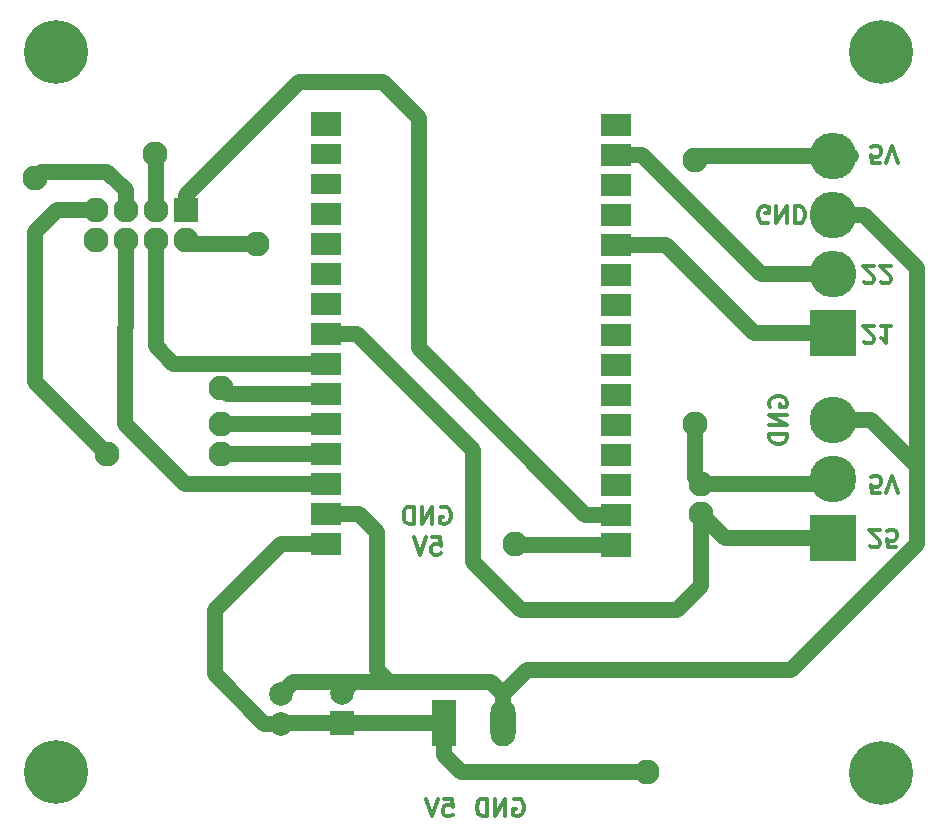
<source format=gbr>
%TF.GenerationSoftware,KiCad,Pcbnew,7.0.3*%
%TF.CreationDate,2023-06-10T16:48:24-05:00*%
%TF.ProjectId,ambient_measurement,616d6269-656e-4745-9f6d-656173757265,rev?*%
%TF.SameCoordinates,Original*%
%TF.FileFunction,Copper,L2,Bot*%
%TF.FilePolarity,Positive*%
%FSLAX46Y46*%
G04 Gerber Fmt 4.6, Leading zero omitted, Abs format (unit mm)*
G04 Created by KiCad (PCBNEW 7.0.3) date 2023-06-10 16:48:24*
%MOMM*%
%LPD*%
G01*
G04 APERTURE LIST*
%ADD10C,0.300000*%
%TA.AperFunction,NonConductor*%
%ADD11C,0.300000*%
%TD*%
%TA.AperFunction,ComponentPad*%
%ADD12C,5.400000*%
%TD*%
%TA.AperFunction,ComponentPad*%
%ADD13R,2.125000X3.960000*%
%TD*%
%TA.AperFunction,ComponentPad*%
%ADD14O,2.125000X3.960000*%
%TD*%
%TA.AperFunction,ComponentPad*%
%ADD15C,2.125000*%
%TD*%
%TA.AperFunction,ComponentPad*%
%ADD16O,2.125000X2.125000*%
%TD*%
%TA.AperFunction,ComponentPad*%
%ADD17R,2.000000X2.000000*%
%TD*%
%TA.AperFunction,ComponentPad*%
%ADD18C,2.000000*%
%TD*%
%TA.AperFunction,ComponentPad*%
%ADD19R,3.960000X3.960000*%
%TD*%
%TA.AperFunction,ComponentPad*%
%ADD20C,3.960000*%
%TD*%
%TA.AperFunction,ComponentPad*%
%ADD21O,3.960000X3.960000*%
%TD*%
%TA.AperFunction,ComponentPad*%
%ADD22R,2.125000X2.125000*%
%TD*%
%TA.AperFunction,ComponentPad*%
%ADD23R,2.540000X2.000000*%
%TD*%
%TA.AperFunction,ComponentPad*%
%ADD24R,2.540000X1.950000*%
%TD*%
%TA.AperFunction,ComponentPad*%
%ADD25R,2.540000X2.100000*%
%TD*%
%TA.AperFunction,ComponentPad*%
%ADD26R,2.540000X1.740000*%
%TD*%
%TA.AperFunction,ViaPad*%
%ADD27C,2.125000*%
%TD*%
%TA.AperFunction,Conductor*%
%ADD28C,1.330000*%
%TD*%
G04 APERTURE END LIST*
D10*
D11*
X212888345Y-125202328D02*
X213602631Y-125202328D01*
X213602631Y-125202328D02*
X213674059Y-125916614D01*
X213674059Y-125916614D02*
X213602631Y-125845185D01*
X213602631Y-125845185D02*
X213459774Y-125773757D01*
X213459774Y-125773757D02*
X213102631Y-125773757D01*
X213102631Y-125773757D02*
X212959774Y-125845185D01*
X212959774Y-125845185D02*
X212888345Y-125916614D01*
X212888345Y-125916614D02*
X212816916Y-126059471D01*
X212816916Y-126059471D02*
X212816916Y-126416614D01*
X212816916Y-126416614D02*
X212888345Y-126559471D01*
X212888345Y-126559471D02*
X212959774Y-126630900D01*
X212959774Y-126630900D02*
X213102631Y-126702328D01*
X213102631Y-126702328D02*
X213459774Y-126702328D01*
X213459774Y-126702328D02*
X213602631Y-126630900D01*
X213602631Y-126630900D02*
X213674059Y-126559471D01*
X212388345Y-125202328D02*
X211888345Y-126702328D01*
X211888345Y-126702328D02*
X211388345Y-125202328D01*
D10*
D11*
X240354511Y-76442242D02*
X240211654Y-76513671D01*
X240211654Y-76513671D02*
X239997368Y-76513671D01*
X239997368Y-76513671D02*
X239783082Y-76442242D01*
X239783082Y-76442242D02*
X239640225Y-76299385D01*
X239640225Y-76299385D02*
X239568796Y-76156528D01*
X239568796Y-76156528D02*
X239497368Y-75870814D01*
X239497368Y-75870814D02*
X239497368Y-75656528D01*
X239497368Y-75656528D02*
X239568796Y-75370814D01*
X239568796Y-75370814D02*
X239640225Y-75227957D01*
X239640225Y-75227957D02*
X239783082Y-75085100D01*
X239783082Y-75085100D02*
X239997368Y-75013671D01*
X239997368Y-75013671D02*
X240140225Y-75013671D01*
X240140225Y-75013671D02*
X240354511Y-75085100D01*
X240354511Y-75085100D02*
X240425939Y-75156528D01*
X240425939Y-75156528D02*
X240425939Y-75656528D01*
X240425939Y-75656528D02*
X240140225Y-75656528D01*
X241068796Y-75013671D02*
X241068796Y-76513671D01*
X241068796Y-76513671D02*
X241925939Y-75013671D01*
X241925939Y-75013671D02*
X241925939Y-76513671D01*
X242640225Y-75013671D02*
X242640225Y-76513671D01*
X242640225Y-76513671D02*
X242997368Y-76513671D01*
X242997368Y-76513671D02*
X243211654Y-76442242D01*
X243211654Y-76442242D02*
X243354511Y-76299385D01*
X243354511Y-76299385D02*
X243425940Y-76156528D01*
X243425940Y-76156528D02*
X243497368Y-75870814D01*
X243497368Y-75870814D02*
X243497368Y-75656528D01*
X243497368Y-75656528D02*
X243425940Y-75370814D01*
X243425940Y-75370814D02*
X243354511Y-75227957D01*
X243354511Y-75227957D02*
X243211654Y-75085100D01*
X243211654Y-75085100D02*
X242997368Y-75013671D01*
X242997368Y-75013671D02*
X242640225Y-75013671D01*
D10*
D11*
X248482511Y-81450814D02*
X248553939Y-81522242D01*
X248553939Y-81522242D02*
X248696797Y-81593671D01*
X248696797Y-81593671D02*
X249053939Y-81593671D01*
X249053939Y-81593671D02*
X249196797Y-81522242D01*
X249196797Y-81522242D02*
X249268225Y-81450814D01*
X249268225Y-81450814D02*
X249339654Y-81307957D01*
X249339654Y-81307957D02*
X249339654Y-81165100D01*
X249339654Y-81165100D02*
X249268225Y-80950814D01*
X249268225Y-80950814D02*
X248411082Y-80093671D01*
X248411082Y-80093671D02*
X249339654Y-80093671D01*
X249911082Y-81450814D02*
X249982510Y-81522242D01*
X249982510Y-81522242D02*
X250125368Y-81593671D01*
X250125368Y-81593671D02*
X250482510Y-81593671D01*
X250482510Y-81593671D02*
X250625368Y-81522242D01*
X250625368Y-81522242D02*
X250696796Y-81450814D01*
X250696796Y-81450814D02*
X250768225Y-81307957D01*
X250768225Y-81307957D02*
X250768225Y-81165100D01*
X250768225Y-81165100D02*
X250696796Y-80950814D01*
X250696796Y-80950814D02*
X249839653Y-80093671D01*
X249839653Y-80093671D02*
X250768225Y-80093671D01*
D10*
D11*
X248990511Y-103802814D02*
X249061939Y-103874242D01*
X249061939Y-103874242D02*
X249204797Y-103945671D01*
X249204797Y-103945671D02*
X249561939Y-103945671D01*
X249561939Y-103945671D02*
X249704797Y-103874242D01*
X249704797Y-103874242D02*
X249776225Y-103802814D01*
X249776225Y-103802814D02*
X249847654Y-103659957D01*
X249847654Y-103659957D02*
X249847654Y-103517100D01*
X249847654Y-103517100D02*
X249776225Y-103302814D01*
X249776225Y-103302814D02*
X248919082Y-102445671D01*
X248919082Y-102445671D02*
X249847654Y-102445671D01*
X251204796Y-103945671D02*
X250490510Y-103945671D01*
X250490510Y-103945671D02*
X250419082Y-103231385D01*
X250419082Y-103231385D02*
X250490510Y-103302814D01*
X250490510Y-103302814D02*
X250633368Y-103374242D01*
X250633368Y-103374242D02*
X250990510Y-103374242D01*
X250990510Y-103374242D02*
X251133368Y-103302814D01*
X251133368Y-103302814D02*
X251204796Y-103231385D01*
X251204796Y-103231385D02*
X251276225Y-103088528D01*
X251276225Y-103088528D02*
X251276225Y-102731385D01*
X251276225Y-102731385D02*
X251204796Y-102588528D01*
X251204796Y-102588528D02*
X251133368Y-102517100D01*
X251133368Y-102517100D02*
X250990510Y-102445671D01*
X250990510Y-102445671D02*
X250633368Y-102445671D01*
X250633368Y-102445671D02*
X250490510Y-102517100D01*
X250490510Y-102517100D02*
X250419082Y-102588528D01*
D10*
D11*
X249847654Y-71433671D02*
X249133368Y-71433671D01*
X249133368Y-71433671D02*
X249061940Y-70719385D01*
X249061940Y-70719385D02*
X249133368Y-70790814D01*
X249133368Y-70790814D02*
X249276226Y-70862242D01*
X249276226Y-70862242D02*
X249633368Y-70862242D01*
X249633368Y-70862242D02*
X249776226Y-70790814D01*
X249776226Y-70790814D02*
X249847654Y-70719385D01*
X249847654Y-70719385D02*
X249919083Y-70576528D01*
X249919083Y-70576528D02*
X249919083Y-70219385D01*
X249919083Y-70219385D02*
X249847654Y-70076528D01*
X249847654Y-70076528D02*
X249776226Y-70005100D01*
X249776226Y-70005100D02*
X249633368Y-69933671D01*
X249633368Y-69933671D02*
X249276226Y-69933671D01*
X249276226Y-69933671D02*
X249133368Y-70005100D01*
X249133368Y-70005100D02*
X249061940Y-70076528D01*
X250347654Y-71433671D02*
X250847654Y-69933671D01*
X250847654Y-69933671D02*
X251347654Y-71433671D01*
D10*
D11*
X218845488Y-125273757D02*
X218988346Y-125202328D01*
X218988346Y-125202328D02*
X219202631Y-125202328D01*
X219202631Y-125202328D02*
X219416917Y-125273757D01*
X219416917Y-125273757D02*
X219559774Y-125416614D01*
X219559774Y-125416614D02*
X219631203Y-125559471D01*
X219631203Y-125559471D02*
X219702631Y-125845185D01*
X219702631Y-125845185D02*
X219702631Y-126059471D01*
X219702631Y-126059471D02*
X219631203Y-126345185D01*
X219631203Y-126345185D02*
X219559774Y-126488042D01*
X219559774Y-126488042D02*
X219416917Y-126630900D01*
X219416917Y-126630900D02*
X219202631Y-126702328D01*
X219202631Y-126702328D02*
X219059774Y-126702328D01*
X219059774Y-126702328D02*
X218845488Y-126630900D01*
X218845488Y-126630900D02*
X218774060Y-126559471D01*
X218774060Y-126559471D02*
X218774060Y-126059471D01*
X218774060Y-126059471D02*
X219059774Y-126059471D01*
X218131203Y-126702328D02*
X218131203Y-125202328D01*
X218131203Y-125202328D02*
X217274060Y-126702328D01*
X217274060Y-126702328D02*
X217274060Y-125202328D01*
X216559774Y-126702328D02*
X216559774Y-125202328D01*
X216559774Y-125202328D02*
X216202631Y-125202328D01*
X216202631Y-125202328D02*
X215988345Y-125273757D01*
X215988345Y-125273757D02*
X215845488Y-125416614D01*
X215845488Y-125416614D02*
X215774059Y-125559471D01*
X215774059Y-125559471D02*
X215702631Y-125845185D01*
X215702631Y-125845185D02*
X215702631Y-126059471D01*
X215702631Y-126059471D02*
X215774059Y-126345185D01*
X215774059Y-126345185D02*
X215845488Y-126488042D01*
X215845488Y-126488042D02*
X215988345Y-126630900D01*
X215988345Y-126630900D02*
X216202631Y-126702328D01*
X216202631Y-126702328D02*
X216559774Y-126702328D01*
D10*
D11*
X212645488Y-100549757D02*
X212788346Y-100478328D01*
X212788346Y-100478328D02*
X213002631Y-100478328D01*
X213002631Y-100478328D02*
X213216917Y-100549757D01*
X213216917Y-100549757D02*
X213359774Y-100692614D01*
X213359774Y-100692614D02*
X213431203Y-100835471D01*
X213431203Y-100835471D02*
X213502631Y-101121185D01*
X213502631Y-101121185D02*
X213502631Y-101335471D01*
X213502631Y-101335471D02*
X213431203Y-101621185D01*
X213431203Y-101621185D02*
X213359774Y-101764042D01*
X213359774Y-101764042D02*
X213216917Y-101906900D01*
X213216917Y-101906900D02*
X213002631Y-101978328D01*
X213002631Y-101978328D02*
X212859774Y-101978328D01*
X212859774Y-101978328D02*
X212645488Y-101906900D01*
X212645488Y-101906900D02*
X212574060Y-101835471D01*
X212574060Y-101835471D02*
X212574060Y-101335471D01*
X212574060Y-101335471D02*
X212859774Y-101335471D01*
X211931203Y-101978328D02*
X211931203Y-100478328D01*
X211931203Y-100478328D02*
X211074060Y-101978328D01*
X211074060Y-101978328D02*
X211074060Y-100478328D01*
X210359774Y-101978328D02*
X210359774Y-100478328D01*
X210359774Y-100478328D02*
X210002631Y-100478328D01*
X210002631Y-100478328D02*
X209788345Y-100549757D01*
X209788345Y-100549757D02*
X209645488Y-100692614D01*
X209645488Y-100692614D02*
X209574059Y-100835471D01*
X209574059Y-100835471D02*
X209502631Y-101121185D01*
X209502631Y-101121185D02*
X209502631Y-101335471D01*
X209502631Y-101335471D02*
X209574059Y-101621185D01*
X209574059Y-101621185D02*
X209645488Y-101764042D01*
X209645488Y-101764042D02*
X209788345Y-101906900D01*
X209788345Y-101906900D02*
X210002631Y-101978328D01*
X210002631Y-101978328D02*
X210359774Y-101978328D01*
D10*
D11*
X248482511Y-86530814D02*
X248553939Y-86602242D01*
X248553939Y-86602242D02*
X248696797Y-86673671D01*
X248696797Y-86673671D02*
X249053939Y-86673671D01*
X249053939Y-86673671D02*
X249196797Y-86602242D01*
X249196797Y-86602242D02*
X249268225Y-86530814D01*
X249268225Y-86530814D02*
X249339654Y-86387957D01*
X249339654Y-86387957D02*
X249339654Y-86245100D01*
X249339654Y-86245100D02*
X249268225Y-86030814D01*
X249268225Y-86030814D02*
X248411082Y-85173671D01*
X248411082Y-85173671D02*
X249339654Y-85173671D01*
X250768225Y-85173671D02*
X249911082Y-85173671D01*
X250339653Y-85173671D02*
X250339653Y-86673671D01*
X250339653Y-86673671D02*
X250196796Y-86459385D01*
X250196796Y-86459385D02*
X250053939Y-86316528D01*
X250053939Y-86316528D02*
X249911082Y-86245100D01*
D10*
D11*
X211888345Y-103078328D02*
X212602631Y-103078328D01*
X212602631Y-103078328D02*
X212674059Y-103792614D01*
X212674059Y-103792614D02*
X212602631Y-103721185D01*
X212602631Y-103721185D02*
X212459774Y-103649757D01*
X212459774Y-103649757D02*
X212102631Y-103649757D01*
X212102631Y-103649757D02*
X211959774Y-103721185D01*
X211959774Y-103721185D02*
X211888345Y-103792614D01*
X211888345Y-103792614D02*
X211816916Y-103935471D01*
X211816916Y-103935471D02*
X211816916Y-104292614D01*
X211816916Y-104292614D02*
X211888345Y-104435471D01*
X211888345Y-104435471D02*
X211959774Y-104506900D01*
X211959774Y-104506900D02*
X212102631Y-104578328D01*
X212102631Y-104578328D02*
X212459774Y-104578328D01*
X212459774Y-104578328D02*
X212602631Y-104506900D01*
X212602631Y-104506900D02*
X212674059Y-104435471D01*
X211388345Y-103078328D02*
X210888345Y-104578328D01*
X210888345Y-104578328D02*
X210388345Y-103078328D01*
D10*
D11*
X240549757Y-92018511D02*
X240478328Y-91875654D01*
X240478328Y-91875654D02*
X240478328Y-91661368D01*
X240478328Y-91661368D02*
X240549757Y-91447082D01*
X240549757Y-91447082D02*
X240692614Y-91304225D01*
X240692614Y-91304225D02*
X240835471Y-91232796D01*
X240835471Y-91232796D02*
X241121185Y-91161368D01*
X241121185Y-91161368D02*
X241335471Y-91161368D01*
X241335471Y-91161368D02*
X241621185Y-91232796D01*
X241621185Y-91232796D02*
X241764042Y-91304225D01*
X241764042Y-91304225D02*
X241906900Y-91447082D01*
X241906900Y-91447082D02*
X241978328Y-91661368D01*
X241978328Y-91661368D02*
X241978328Y-91804225D01*
X241978328Y-91804225D02*
X241906900Y-92018511D01*
X241906900Y-92018511D02*
X241835471Y-92089939D01*
X241835471Y-92089939D02*
X241335471Y-92089939D01*
X241335471Y-92089939D02*
X241335471Y-91804225D01*
X241978328Y-92732796D02*
X240478328Y-92732796D01*
X240478328Y-92732796D02*
X241978328Y-93589939D01*
X241978328Y-93589939D02*
X240478328Y-93589939D01*
X241978328Y-94304225D02*
X240478328Y-94304225D01*
X240478328Y-94304225D02*
X240478328Y-94661368D01*
X240478328Y-94661368D02*
X240549757Y-94875654D01*
X240549757Y-94875654D02*
X240692614Y-95018511D01*
X240692614Y-95018511D02*
X240835471Y-95089940D01*
X240835471Y-95089940D02*
X241121185Y-95161368D01*
X241121185Y-95161368D02*
X241335471Y-95161368D01*
X241335471Y-95161368D02*
X241621185Y-95089940D01*
X241621185Y-95089940D02*
X241764042Y-95018511D01*
X241764042Y-95018511D02*
X241906900Y-94875654D01*
X241906900Y-94875654D02*
X241978328Y-94661368D01*
X241978328Y-94661368D02*
X241978328Y-94304225D01*
D10*
D11*
X249847654Y-99373671D02*
X249133368Y-99373671D01*
X249133368Y-99373671D02*
X249061940Y-98659385D01*
X249061940Y-98659385D02*
X249133368Y-98730814D01*
X249133368Y-98730814D02*
X249276226Y-98802242D01*
X249276226Y-98802242D02*
X249633368Y-98802242D01*
X249633368Y-98802242D02*
X249776226Y-98730814D01*
X249776226Y-98730814D02*
X249847654Y-98659385D01*
X249847654Y-98659385D02*
X249919083Y-98516528D01*
X249919083Y-98516528D02*
X249919083Y-98159385D01*
X249919083Y-98159385D02*
X249847654Y-98016528D01*
X249847654Y-98016528D02*
X249776226Y-97945100D01*
X249776226Y-97945100D02*
X249633368Y-97873671D01*
X249633368Y-97873671D02*
X249276226Y-97873671D01*
X249276226Y-97873671D02*
X249133368Y-97945100D01*
X249133368Y-97945100D02*
X249061940Y-98016528D01*
X250347654Y-99373671D02*
X250847654Y-97873671D01*
X250847654Y-97873671D02*
X251347654Y-99373671D01*
D12*
%TO.P,H2,1*%
%TO.N,N/C*%
X249936000Y-123036000D03*
%TD*%
D13*
%TO.P,5V1,1,Pin_1*%
%TO.N,5v*%
X212894888Y-118792000D03*
D14*
%TO.P,5V1,2,Pin_2*%
%TO.N,GND5V*%
X217894888Y-118792000D03*
%TD*%
D15*
%TO.P,R1,1*%
%TO.N,5v*%
X234696000Y-98552000D03*
D16*
%TO.P,R1,2*%
%TO.N,D25*%
X234696000Y-101092000D03*
%TD*%
D17*
%TO.P,C1,1*%
%TO.N,5v*%
X204296000Y-118785112D03*
D18*
%TO.P,C1,2*%
%TO.N,GND5V*%
X204296000Y-116285112D03*
%TD*%
D19*
%TO.P,J1,1,Pin_1*%
%TO.N,D25*%
X245872000Y-103124000D03*
D20*
%TO.P,J1,2,Pin_2*%
%TO.N,5v*%
X245872000Y-98124000D03*
%TO.P,J1,3,Pin_3*%
%TO.N,GND5V*%
X245872000Y-93124000D03*
%TD*%
D19*
%TO.P,J2,1,Pin_1*%
%TO.N,D21*%
X245872000Y-85772000D03*
D21*
%TO.P,J2,2,Pin_2*%
%TO.N,D22*%
X245872000Y-80772000D03*
%TO.P,J2,3,Pin_3*%
%TO.N,GND5V*%
X245872000Y-75772000D03*
%TO.P,J2,4,Pin_4*%
%TO.N,5v*%
X245872000Y-70772000D03*
%TD*%
D12*
%TO.P,H4,1*%
%TO.N,N/C*%
X249936000Y-61976000D03*
%TD*%
D22*
%TO.P,U1,1,GND*%
%TO.N,GND2*%
X191045000Y-75392000D03*
D15*
%TO.P,U1,2,VCC*%
%TO.N,3V3*%
X191045000Y-77932000D03*
%TO.P,U1,3,CE*%
%TO.N,D27*%
X188505000Y-75392000D03*
%TO.P,U1,4,~{CSN}*%
%TO.N,D26*%
X188505000Y-77932000D03*
%TO.P,U1,5,SCK*%
%TO.N,D14*%
X185965000Y-75392000D03*
%TO.P,U1,6,MOSI*%
%TO.N,D13*%
X185965000Y-77932000D03*
%TO.P,U1,7,MISO*%
%TO.N,D12*%
X183425000Y-75392000D03*
%TO.P,U1,8,IRQ*%
%TO.N,unconnected-(U1-IRQ-Pad8)*%
X183425000Y-77932000D03*
%TD*%
D18*
%TO.P,C2,1*%
%TO.N,5v*%
X199136000Y-118872000D03*
%TO.P,C2,2*%
%TO.N,GND5V*%
X199136000Y-116372000D03*
%TD*%
D23*
%TO.P,J_esp1,1,Pin_1*%
%TO.N,3V3*%
X227490500Y-103699000D03*
D24*
%TO.P,J_esp1,2,Pin_2*%
%TO.N,GND2*%
X227490500Y-101159000D03*
%TO.P,J_esp1,3,Pin_3*%
%TO.N,D15*%
X227490500Y-98619000D03*
%TO.P,J_esp1,4,Pin_4*%
%TO.N,D2*%
X227490500Y-96079000D03*
%TO.P,J_esp1,5,Pin_5*%
%TO.N,D4*%
X227490500Y-93539000D03*
%TO.P,J_esp1,6,Pin_6*%
%TO.N,RX2*%
X227490500Y-90999000D03*
%TO.P,J_esp1,7,Pin_7*%
%TO.N,TX2*%
X227490500Y-88459000D03*
%TO.P,J_esp1,8,Pin_8*%
%TO.N,D5*%
X227490500Y-85919000D03*
%TO.P,J_esp1,9,Pin_9*%
%TO.N,D18*%
X227490500Y-83379000D03*
%TO.P,J_esp1,10,Pin_10*%
%TO.N,D19*%
X227490500Y-80839000D03*
%TO.P,J_esp1,11,Pin_11*%
%TO.N,D21*%
X227490500Y-78299000D03*
%TO.P,J_esp1,12,Pin_12*%
%TO.N,RX0*%
X227490500Y-75759000D03*
%TO.P,J_esp1,13,Pin_13*%
%TO.N,TX0*%
X227490500Y-73219000D03*
%TO.P,J_esp1,14,Pin_14*%
%TO.N,D22*%
X227490500Y-70679000D03*
%TO.P,J_esp1,15,Pin_15*%
%TO.N,D23*%
X227490500Y-68139000D03*
%TD*%
D12*
%TO.P,H3,1*%
%TO.N,N/C*%
X180100000Y-122936000D03*
%TD*%
D25*
%TO.P,J_esp0,1,Pin_1*%
%TO.N,EN*%
X202950000Y-68060000D03*
D26*
%TO.P,J_esp0,2,Pin_2*%
%TO.N,VP*%
X202950000Y-70600000D03*
%TO.P,J_esp0,3,Pin_3*%
%TO.N,VN*%
X202950000Y-73140000D03*
D24*
%TO.P,J_esp0,4,Pin_4*%
%TO.N,D34*%
X202950000Y-75680000D03*
%TO.P,J_esp0,5,Pin_5*%
%TO.N,D35*%
X202950000Y-78220000D03*
%TO.P,J_esp0,6,Pin_6*%
%TO.N,D32*%
X202950000Y-80760000D03*
%TO.P,J_esp0,7,Pin_7*%
%TO.N,D33*%
X202950000Y-83300000D03*
%TO.P,J_esp0,8,Pin_8*%
%TO.N,D25*%
X202950000Y-85840000D03*
%TO.P,J_esp0,9,Pin_9*%
%TO.N,D26*%
X202950000Y-88380000D03*
%TO.P,J_esp0,10,Pin_10*%
%TO.N,D27*%
X202950000Y-90920000D03*
%TO.P,J_esp0,11,Pin_11*%
%TO.N,D14*%
X202950000Y-93460000D03*
%TO.P,J_esp0,12,Pin_12*%
%TO.N,D12*%
X202950000Y-96000000D03*
%TO.P,J_esp0,13,Pin_13*%
%TO.N,D13*%
X202950000Y-98540000D03*
%TO.P,J_esp0,14,Pin_14*%
%TO.N,GND5V*%
X202950000Y-101080000D03*
%TO.P,J_esp0,15,Pin_15*%
%TO.N,5v*%
X202950000Y-103620000D03*
%TD*%
D12*
%TO.P,H1,1*%
%TO.N,N/C*%
X180100000Y-61976000D03*
%TD*%
D27*
%TO.N,3V3*%
X218948000Y-103632000D03*
X197104000Y-78232000D03*
%TO.N,5v*%
X234188000Y-71120000D03*
X230124000Y-122976000D03*
X234188000Y-93472000D03*
%TO.N,D27*%
X188468000Y-70612000D03*
X194056000Y-90424000D03*
%TO.N,D14*%
X194056000Y-93472000D03*
X178308000Y-72644000D03*
%TO.N,D12*%
X184404000Y-96012000D03*
X194056000Y-96012000D03*
%TD*%
D28*
%TO.N,3V3*%
X218948000Y-103632000D02*
X219015000Y-103699000D01*
X219015000Y-103699000D02*
X227490500Y-103699000D01*
%TO.N,D12*%
X202938000Y-96012000D02*
X202950000Y-96000000D01*
X194056000Y-96012000D02*
X202938000Y-96012000D01*
%TO.N,D14*%
X194056000Y-93472000D02*
X202938000Y-93472000D01*
X202938000Y-93472000D02*
X202950000Y-93460000D01*
%TO.N,D27*%
X194056000Y-90424000D02*
X194552000Y-90920000D01*
X194552000Y-90920000D02*
X202950000Y-90920000D01*
%TO.N,3V3*%
X197104000Y-78232000D02*
X191345000Y-78232000D01*
X191345000Y-78232000D02*
X191045000Y-77932000D01*
%TO.N,GND2*%
X227490500Y-101159000D02*
X224890500Y-101159000D01*
X224890500Y-101159000D02*
X210820000Y-87088500D01*
X210820000Y-87088500D02*
X210820000Y-67564000D01*
X210820000Y-67564000D02*
X207772000Y-64516000D01*
X207772000Y-64516000D02*
X200660000Y-64516000D01*
X200660000Y-64516000D02*
X191045000Y-74131000D01*
X191045000Y-74131000D02*
X191045000Y-75392000D01*
%TO.N,5v*%
X214376000Y-122976000D02*
X230124000Y-122976000D01*
X199148000Y-103620000D02*
X202950000Y-103620000D01*
X245444000Y-98552000D02*
X245872000Y-98124000D01*
X234188000Y-71120000D02*
X234536000Y-70772000D01*
X247364000Y-70772000D02*
X245872000Y-70772000D01*
X212894888Y-118792000D02*
X212894888Y-118997112D01*
X193548000Y-109220000D02*
X199148000Y-103620000D01*
X199136000Y-118872000D02*
X197721787Y-118872000D01*
X234536000Y-70772000D02*
X245872000Y-70772000D01*
X199216000Y-118792000D02*
X199136000Y-118872000D01*
X234188000Y-93472000D02*
X234188000Y-98044000D01*
X212894888Y-121494888D02*
X214376000Y-122976000D01*
X234188000Y-98044000D02*
X234696000Y-98552000D01*
X212894888Y-118792000D02*
X199216000Y-118792000D01*
X193548000Y-114698213D02*
X193548000Y-109220000D01*
X212894888Y-118792000D02*
X212894888Y-121494888D01*
X197721787Y-118872000D02*
X193548000Y-114698213D01*
X234696000Y-98552000D02*
X245444000Y-98552000D01*
%TO.N,GND5V*%
X217894888Y-118792000D02*
X217894888Y-116334888D01*
X252984000Y-103632000D02*
X242316000Y-114300000D01*
X252984000Y-97028000D02*
X252984000Y-103632000D01*
X219929776Y-114300000D02*
X217894888Y-116334888D01*
X245872000Y-93124000D02*
X249080000Y-93124000D01*
X205716000Y-101080000D02*
X202950000Y-101080000D01*
X252984000Y-80264000D02*
X248492000Y-75772000D01*
X205225112Y-115356000D02*
X204296000Y-116285112D01*
X200152000Y-115356000D02*
X199136000Y-116372000D01*
X249080000Y-93124000D02*
X252984000Y-97028000D01*
X252984000Y-98044000D02*
X252984000Y-80264000D01*
X217894888Y-116334888D02*
X216916000Y-115356000D01*
X248492000Y-75772000D02*
X245872000Y-75772000D01*
X208280000Y-115356000D02*
X205225112Y-115356000D01*
X208280000Y-115356000D02*
X207264000Y-114340000D01*
X204209112Y-116372000D02*
X204296000Y-116285112D01*
X207264000Y-102628000D02*
X205716000Y-101080000D01*
X205225112Y-115356000D02*
X200152000Y-115356000D01*
X216916000Y-115356000D02*
X208280000Y-115356000D01*
X207264000Y-114340000D02*
X207264000Y-102628000D01*
X242316000Y-114300000D02*
X219929776Y-114300000D01*
%TO.N,D25*%
X205550000Y-85840000D02*
X215392000Y-95682000D01*
X215392000Y-105156000D02*
X219456000Y-109220000D01*
X232664000Y-109220000D02*
X234696000Y-107188000D01*
X215392000Y-95682000D02*
X215392000Y-105156000D01*
X219456000Y-109220000D02*
X232664000Y-109220000D01*
X234696000Y-107188000D02*
X234696000Y-101092000D01*
X234696000Y-101092000D02*
X236728000Y-103124000D01*
X236728000Y-103124000D02*
X245872000Y-103124000D01*
X202950000Y-85840000D02*
X205550000Y-85840000D01*
%TO.N,D27*%
X188505000Y-75392000D02*
X188505000Y-70649000D01*
X202730000Y-90700000D02*
X202950000Y-90920000D01*
X188505000Y-70649000D02*
X188468000Y-70612000D01*
%TO.N,D26*%
X200338000Y-88392000D02*
X189992000Y-88392000D01*
X200350000Y-88380000D02*
X200338000Y-88392000D01*
X202950000Y-88380000D02*
X200350000Y-88380000D01*
X189992000Y-88392000D02*
X188505000Y-86905000D01*
X188505000Y-86905000D02*
X188505000Y-77932000D01*
%TO.N,D14*%
X185965000Y-73697000D02*
X185965000Y-75392000D01*
X178308000Y-72644000D02*
X178816000Y-72136000D01*
X178816000Y-72136000D02*
X184404000Y-72136000D01*
X184404000Y-72136000D02*
X185965000Y-73697000D01*
%TO.N,D13*%
X185928000Y-93472000D02*
X185928000Y-85344000D01*
X185928000Y-85344000D02*
X185965000Y-85307000D01*
X190996000Y-98540000D02*
X185928000Y-93472000D01*
X185965000Y-85307000D02*
X185965000Y-77932000D01*
X202950000Y-98540000D02*
X190996000Y-98540000D01*
%TO.N,D12*%
X178308000Y-77216000D02*
X178308000Y-89916000D01*
X178308000Y-89916000D02*
X184404000Y-96012000D01*
X183425000Y-75392000D02*
X180132000Y-75392000D01*
X180132000Y-75392000D02*
X178308000Y-77216000D01*
%TO.N,D21*%
X245872000Y-85772000D02*
X239188000Y-85772000D01*
X231715000Y-78299000D02*
X227490500Y-78299000D01*
X239188000Y-85772000D02*
X231715000Y-78299000D01*
%TO.N,D22*%
X229683000Y-70679000D02*
X227490500Y-70679000D01*
X245872000Y-80772000D02*
X239776000Y-80772000D01*
X239776000Y-80772000D02*
X229683000Y-70679000D01*
%TD*%
M02*

</source>
